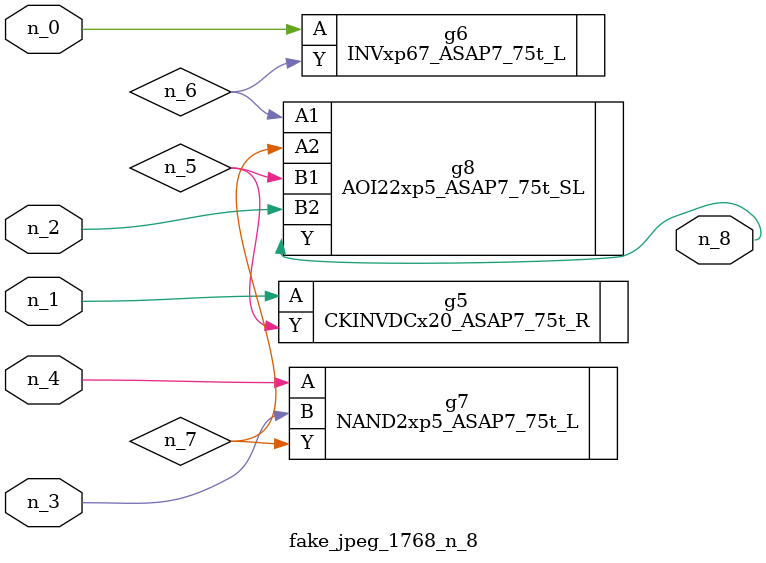
<source format=v>
module fake_jpeg_1768_n_8 (n_3, n_2, n_1, n_0, n_4, n_8);

input n_3;
input n_2;
input n_1;
input n_0;
input n_4;

output n_8;

wire n_6;
wire n_5;
wire n_7;

CKINVDCx20_ASAP7_75t_R g5 ( 
.A(n_1),
.Y(n_5)
);

INVxp67_ASAP7_75t_L g6 ( 
.A(n_0),
.Y(n_6)
);

NAND2xp5_ASAP7_75t_L g7 ( 
.A(n_4),
.B(n_3),
.Y(n_7)
);

AOI22xp5_ASAP7_75t_SL g8 ( 
.A1(n_6),
.A2(n_7),
.B1(n_5),
.B2(n_2),
.Y(n_8)
);


endmodule
</source>
